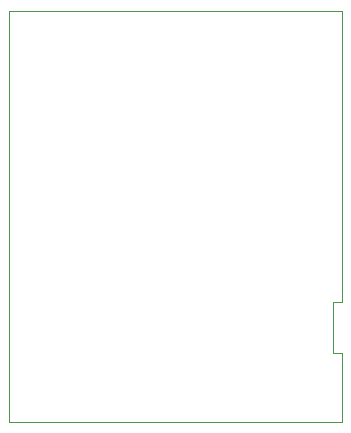
<source format=gbr>
G04 #@! TF.GenerationSoftware,KiCad,Pcbnew,(5.1.5)-3*
G04 #@! TF.CreationDate,2020-06-21T07:00:25-05:00*
G04 #@! TF.ProjectId,nrf52832_qfax-PcbDoc,6e726635-3238-4333-925f-716661782d50,rev?*
G04 #@! TF.SameCoordinates,Original*
G04 #@! TF.FileFunction,Profile,NP*
%FSLAX46Y46*%
G04 Gerber Fmt 4.6, Leading zero omitted, Abs format (unit mm)*
G04 Created by KiCad (PCBNEW (5.1.5)-3) date 2020-06-21 07:00:25*
%MOMM*%
%LPD*%
G04 APERTURE LIST*
%ADD10C,0.100000*%
G04 APERTURE END LIST*
D10*
X112776000Y-87376000D02*
X112776000Y-62738000D01*
X112776000Y-91694000D02*
X112776000Y-97536000D01*
X112014000Y-87376000D02*
X112776000Y-87376000D01*
X112014000Y-91694000D02*
X112014000Y-87376000D01*
X112776000Y-91694000D02*
X112014000Y-91694000D01*
X112776000Y-62738000D02*
X84582000Y-62738000D01*
X84582000Y-97536000D02*
X112776000Y-97536000D01*
X84582000Y-62738000D02*
X84582000Y-97536000D01*
M02*

</source>
